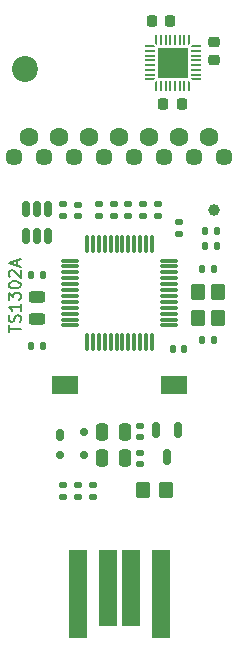
<source format=gbr>
%TF.GenerationSoftware,KiCad,Pcbnew,9.0.0+1*%
%TF.CreationDate,2025-04-22T17:22:07+02:00*%
%TF.ProjectId,ts13a_dev_kit,74733133-615f-4646-9576-5f6b69742e6b,rev?*%
%TF.SameCoordinates,Original*%
%TF.FileFunction,Soldermask,Top*%
%TF.FilePolarity,Negative*%
%FSLAX46Y46*%
G04 Gerber Fmt 4.6, Leading zero omitted, Abs format (unit mm)*
G04 Created by KiCad (PCBNEW 9.0.0+1) date 2025-04-22 17:22:07*
%MOMM*%
%LPD*%
G01*
G04 APERTURE LIST*
G04 Aperture macros list*
%AMRoundRect*
0 Rectangle with rounded corners*
0 $1 Rounding radius*
0 $2 $3 $4 $5 $6 $7 $8 $9 X,Y pos of 4 corners*
0 Add a 4 corners polygon primitive as box body*
4,1,4,$2,$3,$4,$5,$6,$7,$8,$9,$2,$3,0*
0 Add four circle primitives for the rounded corners*
1,1,$1+$1,$2,$3*
1,1,$1+$1,$4,$5*
1,1,$1+$1,$6,$7*
1,1,$1+$1,$8,$9*
0 Add four rect primitives between the rounded corners*
20,1,$1+$1,$2,$3,$4,$5,0*
20,1,$1+$1,$4,$5,$6,$7,0*
20,1,$1+$1,$6,$7,$8,$9,0*
20,1,$1+$1,$8,$9,$2,$3,0*%
%AMFreePoly0*
4,1,14,0.314644,0.085355,0.385355,0.014644,0.400000,-0.020711,0.400000,-0.050000,0.385355,-0.085355,0.350000,-0.100000,-0.350000,-0.100000,-0.385355,-0.085355,-0.400000,-0.050000,-0.400000,0.050000,-0.385355,0.085355,-0.350000,0.100000,0.279289,0.100000,0.314644,0.085355,0.314644,0.085355,$1*%
%AMFreePoly1*
4,1,14,0.385355,0.085355,0.400000,0.050000,0.400000,0.020711,0.385355,-0.014644,0.314644,-0.085355,0.279289,-0.100000,-0.350000,-0.100000,-0.385355,-0.085355,-0.400000,-0.050000,-0.400000,0.050000,-0.385355,0.085355,-0.350000,0.100000,0.350000,0.100000,0.385355,0.085355,0.385355,0.085355,$1*%
%AMFreePoly2*
4,1,14,0.085355,0.385355,0.100000,0.350000,0.100000,-0.350000,0.085355,-0.385355,0.050000,-0.400000,-0.050000,-0.400000,-0.085355,-0.385355,-0.100000,-0.350000,-0.100000,0.279289,-0.085355,0.314644,-0.014644,0.385355,0.020711,0.400000,0.050000,0.400000,0.085355,0.385355,0.085355,0.385355,$1*%
%AMFreePoly3*
4,1,14,0.014644,0.385355,0.085355,0.314644,0.100000,0.279289,0.100000,-0.350000,0.085355,-0.385355,0.050000,-0.400000,-0.050000,-0.400000,-0.085355,-0.385355,-0.100000,-0.350000,-0.100000,0.350000,-0.085355,0.385355,-0.050000,0.400000,-0.020711,0.400000,0.014644,0.385355,0.014644,0.385355,$1*%
%AMFreePoly4*
4,1,14,0.385355,0.085355,0.400000,0.050000,0.400000,-0.050000,0.385355,-0.085355,0.350000,-0.100000,-0.279289,-0.100000,-0.314644,-0.085355,-0.385355,-0.014644,-0.400000,0.020711,-0.400000,0.050000,-0.385355,0.085355,-0.350000,0.100000,0.350000,0.100000,0.385355,0.085355,0.385355,0.085355,$1*%
%AMFreePoly5*
4,1,14,0.385355,0.085355,0.400000,0.050000,0.400000,-0.050000,0.385355,-0.085355,0.350000,-0.100000,-0.350000,-0.100000,-0.385355,-0.085355,-0.400000,-0.050000,-0.400000,-0.020711,-0.385355,0.014644,-0.314644,0.085355,-0.279289,0.100000,0.350000,0.100000,0.385355,0.085355,0.385355,0.085355,$1*%
%AMFreePoly6*
4,1,14,0.085355,0.385355,0.100000,0.350000,0.100000,-0.279289,0.085355,-0.314644,0.014644,-0.385355,-0.020711,-0.400000,-0.050000,-0.400000,-0.085355,-0.385355,-0.100000,-0.350000,-0.100000,0.350000,-0.085355,0.385355,-0.050000,0.400000,0.050000,0.400000,0.085355,0.385355,0.085355,0.385355,$1*%
%AMFreePoly7*
4,1,14,0.085355,0.385355,0.100000,0.350000,0.100000,-0.350000,0.085355,-0.385355,0.050000,-0.400000,0.020711,-0.400000,-0.014644,-0.385355,-0.085355,-0.314644,-0.100000,-0.279289,-0.100000,0.350000,-0.085355,0.385355,-0.050000,0.400000,0.050000,0.400000,0.085355,0.385355,0.085355,0.385355,$1*%
G04 Aperture macros list end*
%ADD10C,0.150000*%
%ADD11RoundRect,0.225000X-0.225000X-0.250000X0.225000X-0.250000X0.225000X0.250000X-0.225000X0.250000X0*%
%ADD12RoundRect,0.140000X-0.170000X0.140000X-0.170000X-0.140000X0.170000X-0.140000X0.170000X0.140000X0*%
%ADD13RoundRect,0.150000X-0.150000X0.512500X-0.150000X-0.512500X0.150000X-0.512500X0.150000X0.512500X0*%
%ADD14R,1.600000X7.500000*%
%ADD15R,1.500000X6.500000*%
%ADD16RoundRect,0.135000X-0.185000X0.135000X-0.185000X-0.135000X0.185000X-0.135000X0.185000X0.135000X0*%
%ADD17C,1.600000*%
%ADD18C,1.450000*%
%ADD19RoundRect,0.135000X-0.135000X-0.185000X0.135000X-0.185000X0.135000X0.185000X-0.135000X0.185000X0*%
%ADD20R,2.180000X1.600000*%
%ADD21RoundRect,0.140000X0.140000X0.170000X-0.140000X0.170000X-0.140000X-0.170000X0.140000X-0.170000X0*%
%ADD22FreePoly0,0.000000*%
%ADD23RoundRect,0.050000X-0.350000X-0.050000X0.350000X-0.050000X0.350000X0.050000X-0.350000X0.050000X0*%
%ADD24FreePoly1,0.000000*%
%ADD25FreePoly2,0.000000*%
%ADD26RoundRect,0.050000X-0.050000X-0.350000X0.050000X-0.350000X0.050000X0.350000X-0.050000X0.350000X0*%
%ADD27FreePoly3,0.000000*%
%ADD28FreePoly4,0.000000*%
%ADD29FreePoly5,0.000000*%
%ADD30FreePoly6,0.000000*%
%ADD31FreePoly7,0.000000*%
%ADD32R,2.650000X2.650000*%
%ADD33RoundRect,0.250000X0.350000X-0.450000X0.350000X0.450000X-0.350000X0.450000X-0.350000X-0.450000X0*%
%ADD34RoundRect,0.243750X0.456250X-0.243750X0.456250X0.243750X-0.456250X0.243750X-0.456250X-0.243750X0*%
%ADD35RoundRect,0.225000X0.225000X0.250000X-0.225000X0.250000X-0.225000X-0.250000X0.225000X-0.250000X0*%
%ADD36RoundRect,0.225000X0.250000X-0.225000X0.250000X0.225000X-0.250000X0.225000X-0.250000X-0.225000X0*%
%ADD37RoundRect,0.075000X0.662500X0.075000X-0.662500X0.075000X-0.662500X-0.075000X0.662500X-0.075000X0*%
%ADD38RoundRect,0.075000X0.075000X0.662500X-0.075000X0.662500X-0.075000X-0.662500X0.075000X-0.662500X0*%
%ADD39RoundRect,0.135000X0.185000X-0.135000X0.185000X0.135000X-0.185000X0.135000X-0.185000X-0.135000X0*%
%ADD40RoundRect,0.250000X-0.350000X-0.450000X0.350000X-0.450000X0.350000X0.450000X-0.350000X0.450000X0*%
%ADD41RoundRect,0.250000X0.250000X0.475000X-0.250000X0.475000X-0.250000X-0.475000X0.250000X-0.475000X0*%
%ADD42RoundRect,0.150000X0.150000X-0.512500X0.150000X0.512500X-0.150000X0.512500X-0.150000X-0.512500X0*%
%ADD43RoundRect,0.140000X-0.140000X-0.170000X0.140000X-0.170000X0.140000X0.170000X-0.140000X0.170000X0*%
%ADD44C,2.200000*%
%ADD45RoundRect,0.135000X0.135000X0.185000X-0.135000X0.185000X-0.135000X-0.185000X0.135000X-0.185000X0*%
%ADD46RoundRect,0.175000X-0.175000X-0.325000X0.175000X-0.325000X0.175000X0.325000X-0.175000X0.325000X0*%
%ADD47RoundRect,0.150000X-0.200000X-0.150000X0.200000X-0.150000X0.200000X0.150000X-0.200000X0.150000X0*%
%ADD48C,1.000000*%
G04 APERTURE END LIST*
D10*
X120619819Y-77806077D02*
X120619819Y-77234649D01*
X121619819Y-77520363D02*
X120619819Y-77520363D01*
X121572200Y-76948934D02*
X121619819Y-76806077D01*
X121619819Y-76806077D02*
X121619819Y-76567982D01*
X121619819Y-76567982D02*
X121572200Y-76472744D01*
X121572200Y-76472744D02*
X121524580Y-76425125D01*
X121524580Y-76425125D02*
X121429342Y-76377506D01*
X121429342Y-76377506D02*
X121334104Y-76377506D01*
X121334104Y-76377506D02*
X121238866Y-76425125D01*
X121238866Y-76425125D02*
X121191247Y-76472744D01*
X121191247Y-76472744D02*
X121143628Y-76567982D01*
X121143628Y-76567982D02*
X121096009Y-76758458D01*
X121096009Y-76758458D02*
X121048390Y-76853696D01*
X121048390Y-76853696D02*
X121000771Y-76901315D01*
X121000771Y-76901315D02*
X120905533Y-76948934D01*
X120905533Y-76948934D02*
X120810295Y-76948934D01*
X120810295Y-76948934D02*
X120715057Y-76901315D01*
X120715057Y-76901315D02*
X120667438Y-76853696D01*
X120667438Y-76853696D02*
X120619819Y-76758458D01*
X120619819Y-76758458D02*
X120619819Y-76520363D01*
X120619819Y-76520363D02*
X120667438Y-76377506D01*
X121619819Y-75425125D02*
X121619819Y-75996553D01*
X121619819Y-75710839D02*
X120619819Y-75710839D01*
X120619819Y-75710839D02*
X120762676Y-75806077D01*
X120762676Y-75806077D02*
X120857914Y-75901315D01*
X120857914Y-75901315D02*
X120905533Y-75996553D01*
X120619819Y-75091791D02*
X120619819Y-74472744D01*
X120619819Y-74472744D02*
X121000771Y-74806077D01*
X121000771Y-74806077D02*
X121000771Y-74663220D01*
X121000771Y-74663220D02*
X121048390Y-74567982D01*
X121048390Y-74567982D02*
X121096009Y-74520363D01*
X121096009Y-74520363D02*
X121191247Y-74472744D01*
X121191247Y-74472744D02*
X121429342Y-74472744D01*
X121429342Y-74472744D02*
X121524580Y-74520363D01*
X121524580Y-74520363D02*
X121572200Y-74567982D01*
X121572200Y-74567982D02*
X121619819Y-74663220D01*
X121619819Y-74663220D02*
X121619819Y-74948934D01*
X121619819Y-74948934D02*
X121572200Y-75044172D01*
X121572200Y-75044172D02*
X121524580Y-75091791D01*
X120619819Y-73853696D02*
X120619819Y-73758458D01*
X120619819Y-73758458D02*
X120667438Y-73663220D01*
X120667438Y-73663220D02*
X120715057Y-73615601D01*
X120715057Y-73615601D02*
X120810295Y-73567982D01*
X120810295Y-73567982D02*
X121000771Y-73520363D01*
X121000771Y-73520363D02*
X121238866Y-73520363D01*
X121238866Y-73520363D02*
X121429342Y-73567982D01*
X121429342Y-73567982D02*
X121524580Y-73615601D01*
X121524580Y-73615601D02*
X121572200Y-73663220D01*
X121572200Y-73663220D02*
X121619819Y-73758458D01*
X121619819Y-73758458D02*
X121619819Y-73853696D01*
X121619819Y-73853696D02*
X121572200Y-73948934D01*
X121572200Y-73948934D02*
X121524580Y-73996553D01*
X121524580Y-73996553D02*
X121429342Y-74044172D01*
X121429342Y-74044172D02*
X121238866Y-74091791D01*
X121238866Y-74091791D02*
X121000771Y-74091791D01*
X121000771Y-74091791D02*
X120810295Y-74044172D01*
X120810295Y-74044172D02*
X120715057Y-73996553D01*
X120715057Y-73996553D02*
X120667438Y-73948934D01*
X120667438Y-73948934D02*
X120619819Y-73853696D01*
X120715057Y-73139410D02*
X120667438Y-73091791D01*
X120667438Y-73091791D02*
X120619819Y-72996553D01*
X120619819Y-72996553D02*
X120619819Y-72758458D01*
X120619819Y-72758458D02*
X120667438Y-72663220D01*
X120667438Y-72663220D02*
X120715057Y-72615601D01*
X120715057Y-72615601D02*
X120810295Y-72567982D01*
X120810295Y-72567982D02*
X120905533Y-72567982D01*
X120905533Y-72567982D02*
X121048390Y-72615601D01*
X121048390Y-72615601D02*
X121619819Y-73187029D01*
X121619819Y-73187029D02*
X121619819Y-72567982D01*
X121334104Y-72187029D02*
X121334104Y-71710839D01*
X121619819Y-72282267D02*
X120619819Y-71948934D01*
X120619819Y-71948934D02*
X121619819Y-71615601D01*
D11*
%TO.C,C2*%
X133725000Y-58500000D03*
X135275000Y-58500000D03*
%TD*%
D12*
%TO.C,C13*%
X126500000Y-67020000D03*
X126500000Y-67980000D03*
%TD*%
D13*
%TO.C,IC3*%
X134950000Y-86112500D03*
X133050000Y-86112500D03*
X134000000Y-88387500D03*
%TD*%
D14*
%TO.C,J1*%
X133500000Y-99995000D03*
D15*
X131000000Y-99495000D03*
X129000000Y-99495000D03*
D14*
X126500000Y-99995000D03*
%TD*%
D16*
%TO.C,R7*%
X133250000Y-66990000D03*
X133250000Y-68010000D03*
%TD*%
%TO.C,R3*%
X129500000Y-66990000D03*
X129500000Y-68010000D03*
%TD*%
D17*
%TO.C,PAD3*%
X124900000Y-61250000D03*
%TD*%
D18*
%TO.C,H4*%
X136330000Y-63000000D03*
%TD*%
%TO.C,H1*%
X121090000Y-63000000D03*
%TD*%
D19*
%TO.C,R1*%
X137240000Y-69250000D03*
X138260000Y-69250000D03*
%TD*%
D17*
%TO.C,PAD4*%
X135060000Y-61250000D03*
%TD*%
D20*
%TO.C,SW1*%
X134590000Y-82250000D03*
X125410000Y-82250000D03*
%TD*%
D17*
%TO.C,PAD6*%
X129980000Y-61250000D03*
%TD*%
D21*
%TO.C,C9*%
X135480000Y-79250000D03*
X134520000Y-79250000D03*
%TD*%
D22*
%TO.C,IC1*%
X132550000Y-53600000D03*
D23*
X132550000Y-54000000D03*
X132550000Y-54400000D03*
X132550000Y-54800000D03*
X132550000Y-55200000D03*
X132550000Y-55600000D03*
X132550000Y-56000000D03*
D24*
X132550000Y-56400000D03*
D25*
X133100000Y-56950000D03*
D26*
X133500000Y-56950000D03*
X133900000Y-56950000D03*
X134300000Y-56950000D03*
X134700000Y-56950000D03*
X135100000Y-56950000D03*
X135500000Y-56950000D03*
D27*
X135900000Y-56950000D03*
D28*
X136450000Y-56400000D03*
D23*
X136450000Y-56000000D03*
X136450000Y-55600000D03*
X136450000Y-55200000D03*
X136450000Y-54800000D03*
X136450000Y-54400000D03*
X136450000Y-54000000D03*
D29*
X136450000Y-53600000D03*
D30*
X135900000Y-53050000D03*
D26*
X135500000Y-53050000D03*
X135100000Y-53050000D03*
X134700000Y-53050000D03*
X134300000Y-53050000D03*
X133900000Y-53050000D03*
X133500000Y-53050000D03*
D31*
X133100000Y-53050000D03*
D32*
X134500000Y-55000000D03*
%TD*%
D33*
%TO.C,X1*%
X138350000Y-76600000D03*
X138350000Y-74400000D03*
X136650000Y-74400000D03*
X136650000Y-76600000D03*
%TD*%
D12*
%TO.C,C5*%
X131750000Y-88020000D03*
X131750000Y-88980000D03*
%TD*%
D34*
%TO.C,D1*%
X123000000Y-76687500D03*
X123000000Y-74812500D03*
%TD*%
D19*
%TO.C,R13*%
X122490000Y-73000000D03*
X123510000Y-73000000D03*
%TD*%
D35*
%TO.C,C1*%
X134275000Y-51500000D03*
X132725000Y-51500000D03*
%TD*%
D17*
%TO.C,PAD2*%
X137600000Y-61250000D03*
%TD*%
D36*
%TO.C,C3*%
X138000000Y-54775000D03*
X138000000Y-53225000D03*
%TD*%
D21*
%TO.C,C11*%
X137980000Y-78500000D03*
X137020000Y-78500000D03*
%TD*%
D37*
%TO.C,IC2*%
X134162500Y-77250000D03*
X134162500Y-76750000D03*
X134162500Y-76250000D03*
X134162500Y-75750000D03*
X134162500Y-75250000D03*
X134162500Y-74750000D03*
X134162500Y-74250000D03*
X134162500Y-73750000D03*
X134162500Y-73250000D03*
X134162500Y-72750000D03*
X134162500Y-72250000D03*
X134162500Y-71750000D03*
D38*
X132750000Y-70337500D03*
X132250000Y-70337500D03*
X131750000Y-70337500D03*
X131250000Y-70337500D03*
X130750000Y-70337500D03*
X130250000Y-70337500D03*
X129750000Y-70337500D03*
X129250000Y-70337500D03*
X128750000Y-70337500D03*
X128250000Y-70337500D03*
X127750000Y-70337500D03*
X127250000Y-70337500D03*
D37*
X125837500Y-71750000D03*
X125837500Y-72250000D03*
X125837500Y-72750000D03*
X125837500Y-73250000D03*
X125837500Y-73750000D03*
X125837500Y-74250000D03*
X125837500Y-74750000D03*
X125837500Y-75250000D03*
X125837500Y-75750000D03*
X125837500Y-76250000D03*
X125837500Y-76750000D03*
X125837500Y-77250000D03*
D38*
X127250000Y-78662500D03*
X127750000Y-78662500D03*
X128250000Y-78662500D03*
X128750000Y-78662500D03*
X129250000Y-78662500D03*
X129750000Y-78662500D03*
X130250000Y-78662500D03*
X130750000Y-78662500D03*
X131250000Y-78662500D03*
X131750000Y-78662500D03*
X132250000Y-78662500D03*
X132750000Y-78662500D03*
%TD*%
D18*
%TO.C,H6*%
X133790000Y-63000000D03*
%TD*%
D39*
%TO.C,R12*%
X125250000Y-68010000D03*
X125250000Y-66990000D03*
%TD*%
D40*
%TO.C,F1*%
X131959484Y-91208019D03*
X133959484Y-91208019D03*
%TD*%
D41*
%TO.C,C4*%
X130450000Y-88500000D03*
X128550000Y-88500000D03*
%TD*%
D18*
%TO.C,H3*%
X126170000Y-63000000D03*
%TD*%
D16*
%TO.C,R5*%
X132000000Y-66990000D03*
X132000000Y-68010000D03*
%TD*%
D17*
%TO.C,PAD1*%
X122360000Y-61250000D03*
%TD*%
D18*
%TO.C,H2*%
X123630000Y-63000000D03*
%TD*%
D42*
%TO.C,IC4*%
X122050000Y-69637500D03*
X123000000Y-69637500D03*
X123950000Y-69637500D03*
X123950000Y-67362500D03*
X123000000Y-67362500D03*
X122050000Y-67362500D03*
%TD*%
D39*
%TO.C,R10*%
X126500000Y-91760000D03*
X126500000Y-90740000D03*
%TD*%
D18*
%TO.C,H5*%
X138870000Y-63000000D03*
%TD*%
D17*
%TO.C,PAD7*%
X127440000Y-61250000D03*
%TD*%
D18*
%TO.C,H8*%
X131250000Y-63000000D03*
%TD*%
D43*
%TO.C,C12*%
X137020000Y-72500000D03*
X137980000Y-72500000D03*
%TD*%
D16*
%TO.C,R2*%
X128250000Y-66990000D03*
X128250000Y-68010000D03*
%TD*%
%TO.C,R11*%
X127750000Y-90740000D03*
X127750000Y-91760000D03*
%TD*%
D43*
%TO.C,C10*%
X137270000Y-70500000D03*
X138230000Y-70500000D03*
%TD*%
D44*
%TO.C,H9*%
X122000000Y-55500000D03*
%TD*%
D12*
%TO.C,C8*%
X135000000Y-68520000D03*
X135000000Y-69480000D03*
%TD*%
D17*
%TO.C,PAD5*%
X132520000Y-61250000D03*
%TD*%
D41*
%TO.C,C7*%
X130450000Y-86250000D03*
X128550000Y-86250000D03*
%TD*%
D12*
%TO.C,C6*%
X131750000Y-85770000D03*
X131750000Y-86730000D03*
%TD*%
D16*
%TO.C,R4*%
X130750000Y-66990000D03*
X130750000Y-68010000D03*
%TD*%
D18*
%TO.C,H7*%
X128710000Y-63000000D03*
%TD*%
D39*
%TO.C,R9*%
X125250000Y-91760000D03*
X125250000Y-90740000D03*
%TD*%
D45*
%TO.C,R6*%
X123510000Y-79000000D03*
X122490000Y-79000000D03*
%TD*%
D46*
%TO.C,D2*%
X125000000Y-86500000D03*
D47*
X125000000Y-88200000D03*
X127000000Y-88200000D03*
X127000000Y-86300000D03*
%TD*%
D48*
%TO.C,FID1*%
X138000000Y-67500000D03*
%TD*%
M02*

</source>
